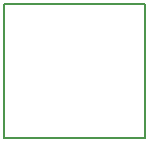
<source format=gko>
G04 DipTrace Beta 2.3.5.2*
%INAmpWings.GKO*%
%MOIN*%
%ADD11C,0.0055*%
%FSLAX44Y44*%
G04*
G70*
G90*
G75*
G01*
%LNBoardOutline*%
%LPD*%
X-70Y-20D2*
D11*
Y4430D1*
X4630D1*
Y-20D1*
X-70D1*
M02*

</source>
